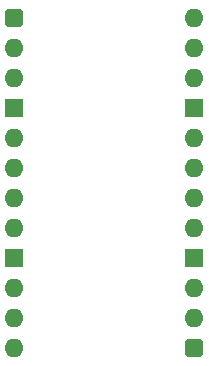
<source format=gbs>
%TF.GenerationSoftware,KiCad,Pcbnew,7.0.5*%
%TF.CreationDate,2024-03-06T21:59:26+02:00*%
%TF.ProjectId,Video Main Memory Select,56696465-6f20-44d6-9169-6e204d656d6f,V0*%
%TF.SameCoordinates,PX54c81a0PY37b6b20*%
%TF.FileFunction,Soldermask,Bot*%
%TF.FilePolarity,Negative*%
%FSLAX46Y46*%
G04 Gerber Fmt 4.6, Leading zero omitted, Abs format (unit mm)*
G04 Created by KiCad (PCBNEW 7.0.5) date 2024-03-06 21:59:26*
%MOMM*%
%LPD*%
G01*
G04 APERTURE LIST*
G04 Aperture macros list*
%AMRoundRect*
0 Rectangle with rounded corners*
0 $1 Rounding radius*
0 $2 $3 $4 $5 $6 $7 $8 $9 X,Y pos of 4 corners*
0 Add a 4 corners polygon primitive as box body*
4,1,4,$2,$3,$4,$5,$6,$7,$8,$9,$2,$3,0*
0 Add four circle primitives for the rounded corners*
1,1,$1+$1,$2,$3*
1,1,$1+$1,$4,$5*
1,1,$1+$1,$6,$7*
1,1,$1+$1,$8,$9*
0 Add four rect primitives between the rounded corners*
20,1,$1+$1,$2,$3,$4,$5,0*
20,1,$1+$1,$4,$5,$6,$7,0*
20,1,$1+$1,$6,$7,$8,$9,0*
20,1,$1+$1,$8,$9,$2,$3,0*%
G04 Aperture macros list end*
%ADD10RoundRect,0.400000X-0.400000X-0.400000X0.400000X-0.400000X0.400000X0.400000X-0.400000X0.400000X0*%
%ADD11O,1.600000X1.600000*%
%ADD12R,1.600000X1.600000*%
G04 APERTURE END LIST*
D10*
%TO.C,J1*%
X0Y0D03*
D11*
X0Y-2540000D03*
X0Y-5080000D03*
D12*
X0Y-7620000D03*
D11*
X0Y-10160000D03*
X0Y-12700000D03*
X0Y-15240000D03*
X0Y-17780000D03*
D12*
X0Y-20320000D03*
D11*
X0Y-22860000D03*
X0Y-25400000D03*
X0Y-27940000D03*
D10*
X15240000Y-27940000D03*
D11*
X15240000Y-25400000D03*
X15240000Y-22860000D03*
D12*
X15240000Y-20320000D03*
D11*
X15240000Y-17780000D03*
X15240000Y-15240000D03*
X15240000Y-12700000D03*
X15240000Y-10160000D03*
D12*
X15240000Y-7620000D03*
D11*
X15240000Y-5080000D03*
X15240000Y-2540000D03*
X15240000Y0D03*
%TD*%
M02*

</source>
